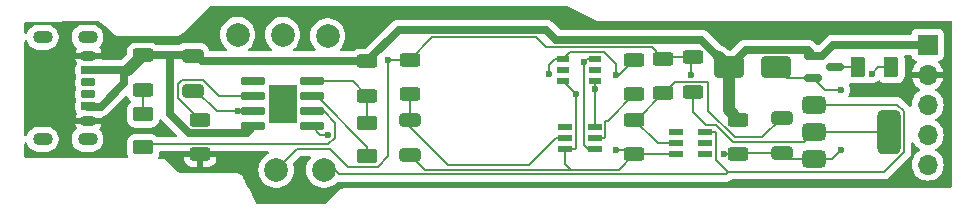
<source format=gbr>
%TF.GenerationSoftware,KiCad,Pcbnew,8.0.5*%
%TF.CreationDate,2024-10-04T19:06:34+02:00*%
%TF.ProjectId,BMU,424d552e-6b69-4636-9164-5f7063625858,rev?*%
%TF.SameCoordinates,Original*%
%TF.FileFunction,Copper,L1,Top*%
%TF.FilePolarity,Positive*%
%FSLAX46Y46*%
G04 Gerber Fmt 4.6, Leading zero omitted, Abs format (unit mm)*
G04 Created by KiCad (PCBNEW 8.0.5) date 2024-10-04 19:06:34*
%MOMM*%
%LPD*%
G01*
G04 APERTURE LIST*
G04 Aperture macros list*
%AMRoundRect*
0 Rectangle with rounded corners*
0 $1 Rounding radius*
0 $2 $3 $4 $5 $6 $7 $8 $9 X,Y pos of 4 corners*
0 Add a 4 corners polygon primitive as box body*
4,1,4,$2,$3,$4,$5,$6,$7,$8,$9,$2,$3,0*
0 Add four circle primitives for the rounded corners*
1,1,$1+$1,$2,$3*
1,1,$1+$1,$4,$5*
1,1,$1+$1,$6,$7*
1,1,$1+$1,$8,$9*
0 Add four rect primitives between the rounded corners*
20,1,$1+$1,$2,$3,$4,$5,0*
20,1,$1+$1,$4,$5,$6,$7,0*
20,1,$1+$1,$6,$7,$8,$9,0*
20,1,$1+$1,$8,$9,$2,$3,0*%
G04 Aperture macros list end*
%TA.AperFunction,ComponentPad*%
%ADD10C,2.000000*%
%TD*%
%TA.AperFunction,SMDPad,CuDef*%
%ADD11RoundRect,0.175000X-0.425000X0.175000X-0.425000X-0.175000X0.425000X-0.175000X0.425000X0.175000X0*%
%TD*%
%TA.AperFunction,SMDPad,CuDef*%
%ADD12RoundRect,0.190000X0.410000X-0.190000X0.410000X0.190000X-0.410000X0.190000X-0.410000X-0.190000X0*%
%TD*%
%TA.AperFunction,SMDPad,CuDef*%
%ADD13RoundRect,0.200000X0.400000X-0.200000X0.400000X0.200000X-0.400000X0.200000X-0.400000X-0.200000X0*%
%TD*%
%TA.AperFunction,SMDPad,CuDef*%
%ADD14RoundRect,0.175000X0.425000X-0.175000X0.425000X0.175000X-0.425000X0.175000X-0.425000X-0.175000X0*%
%TD*%
%TA.AperFunction,SMDPad,CuDef*%
%ADD15RoundRect,0.190000X-0.410000X0.190000X-0.410000X-0.190000X0.410000X-0.190000X0.410000X0.190000X0*%
%TD*%
%TA.AperFunction,SMDPad,CuDef*%
%ADD16RoundRect,0.200000X-0.400000X0.200000X-0.400000X-0.200000X0.400000X-0.200000X0.400000X0.200000X0*%
%TD*%
%TA.AperFunction,ComponentPad*%
%ADD17O,1.700000X1.100000*%
%TD*%
%TA.AperFunction,SMDPad,CuDef*%
%ADD18RoundRect,0.250000X0.625000X-0.375000X0.625000X0.375000X-0.625000X0.375000X-0.625000X-0.375000X0*%
%TD*%
%TA.AperFunction,SMDPad,CuDef*%
%ADD19RoundRect,0.250000X-0.625000X0.312500X-0.625000X-0.312500X0.625000X-0.312500X0.625000X0.312500X0*%
%TD*%
%TA.AperFunction,ComponentPad*%
%ADD20R,1.700000X1.700000*%
%TD*%
%TA.AperFunction,ComponentPad*%
%ADD21O,1.700000X1.700000*%
%TD*%
%TA.AperFunction,SMDPad,CuDef*%
%ADD22RoundRect,0.250000X-0.650000X0.325000X-0.650000X-0.325000X0.650000X-0.325000X0.650000X0.325000X0*%
%TD*%
%TA.AperFunction,SMDPad,CuDef*%
%ADD23RoundRect,0.250000X0.625000X-0.312500X0.625000X0.312500X-0.625000X0.312500X-0.625000X-0.312500X0*%
%TD*%
%TA.AperFunction,SMDPad,CuDef*%
%ADD24R,1.210000X0.590000*%
%TD*%
%TA.AperFunction,SMDPad,CuDef*%
%ADD25RoundRect,0.375000X-0.625000X-0.375000X0.625000X-0.375000X0.625000X0.375000X-0.625000X0.375000X0*%
%TD*%
%TA.AperFunction,SMDPad,CuDef*%
%ADD26RoundRect,0.500000X-0.500000X-1.400000X0.500000X-1.400000X0.500000X1.400000X-0.500000X1.400000X0*%
%TD*%
%TA.AperFunction,SMDPad,CuDef*%
%ADD27RoundRect,0.250000X1.000000X0.650000X-1.000000X0.650000X-1.000000X-0.650000X1.000000X-0.650000X0*%
%TD*%
%TA.AperFunction,SMDPad,CuDef*%
%ADD28RoundRect,0.250000X0.375000X0.625000X-0.375000X0.625000X-0.375000X-0.625000X0.375000X-0.625000X0*%
%TD*%
%TA.AperFunction,SMDPad,CuDef*%
%ADD29RoundRect,0.075000X-0.910000X-0.225000X0.910000X-0.225000X0.910000X0.225000X-0.910000X0.225000X0*%
%TD*%
%TA.AperFunction,SMDPad,CuDef*%
%ADD30R,2.413000X3.302000*%
%TD*%
%TA.AperFunction,SMDPad,CuDef*%
%ADD31RoundRect,0.150000X-0.587500X-0.150000X0.587500X-0.150000X0.587500X0.150000X-0.587500X0.150000X0*%
%TD*%
%TA.AperFunction,SMDPad,CuDef*%
%ADD32R,1.150000X0.600000*%
%TD*%
%TA.AperFunction,SMDPad,CuDef*%
%ADD33R,0.977900X0.558800*%
%TD*%
%TA.AperFunction,ViaPad*%
%ADD34C,0.600000*%
%TD*%
%TA.AperFunction,Conductor*%
%ADD35C,0.200000*%
%TD*%
%TA.AperFunction,Conductor*%
%ADD36C,0.700000*%
%TD*%
%TA.AperFunction,Conductor*%
%ADD37C,1.000000*%
%TD*%
G04 APERTURE END LIST*
D10*
%TO.P,hsup1,1,1*%
%TO.N,PMOS-Drain*%
X83274188Y-65202788D03*
%TD*%
%TO.P,gate1,1,1*%
%TO.N,Net-(IC1-OUT)*%
X87324188Y-65202788D03*
%TD*%
D11*
%TO.P,J1,A5,CC1*%
%TO.N,unconnected-(J1-CC1-PadA5)*%
X67380000Y-57795000D03*
D12*
%TO.P,J1,A9,VBUS*%
%TO.N,+5V*%
X67380000Y-59815000D03*
D13*
%TO.P,J1,A12,GND*%
%TO.N,GND*%
X67380000Y-61045000D03*
D14*
%TO.P,J1,B5,CC2*%
%TO.N,unconnected-(J1-CC2-PadB5)*%
X67380000Y-58795000D03*
D15*
%TO.P,J1,B9,VBUS*%
%TO.N,+5V*%
X67380000Y-56775000D03*
D16*
%TO.P,J1,B12,GND*%
%TO.N,GND*%
X67380000Y-55545000D03*
D17*
%TO.P,J1,S1,SHIELD*%
%TO.N,unconnected-(J1-SHIELD-PadS1)*%
X67300000Y-53975000D03*
X63500000Y-53975000D03*
X67300000Y-62615000D03*
X63500000Y-62615000D03*
%TD*%
D18*
%TO.P,D2,1,K*%
%TO.N,Net-(D2-K)*%
X91000000Y-64000000D03*
%TO.P,D2,2,A*%
%TO.N,Net-(D2-A)*%
X91000000Y-61200000D03*
%TD*%
D19*
%TO.P,R7,1*%
%TO.N,PMOS-Drain*%
X118593677Y-55687500D03*
%TO.P,R7,2*%
%TO.N,Net-(Q3-D)*%
X118593677Y-58612500D03*
%TD*%
D20*
%TO.P,J2,1,Pin_1*%
%TO.N,+5V*%
X138430000Y-54610000D03*
D21*
%TO.P,J2,2,Pin_2*%
%TO.N,GND*%
X138430000Y-57150000D03*
%TO.P,J2,3,Pin_3*%
%TO.N,Net-(D4-K)*%
X138430000Y-59690000D03*
%TO.P,J2,4,Pin_4*%
%TO.N,Net-(IC1-VSS)*%
X138430000Y-62230000D03*
%TO.P,J2,5,Pin_5*%
%TO.N,Net-(J2-Pin_5)*%
X138430000Y-64770000D03*
%TD*%
D19*
%TO.P,R8,1*%
%TO.N,Net-(IC1-VDD)*%
X113596726Y-60943677D03*
%TO.P,R8,2*%
%TO.N,Net-(IC1-VSS)*%
X113596726Y-63868677D03*
%TD*%
D22*
%TO.P,C2,1*%
%TO.N,Net-(U1-VCC)*%
X94615000Y-60960000D03*
%TO.P,C2,2*%
%TO.N,Net-(IC1-VSS)*%
X94615000Y-63910000D03*
%TD*%
D19*
%TO.P,R4,1*%
%TO.N,PMOS-Drain*%
X94615000Y-55880000D03*
%TO.P,R4,2*%
%TO.N,Net-(U1-VCC)*%
X94615000Y-58805000D03*
%TD*%
D23*
%TO.P,R5,1*%
%TO.N,Net-(U1-CS)*%
X113596726Y-58788677D03*
%TO.P,R5,2*%
%TO.N,Net-(J2-Pin_5)*%
X113596726Y-55863677D03*
%TD*%
D10*
%TO.P,n2g1,1,1*%
%TO.N,Net-(U1-OC)*%
X83820000Y-53763338D03*
%TD*%
D19*
%TO.P,R1,1*%
%TO.N,+5V*%
X72000000Y-55500000D03*
%TO.P,R1,2*%
%TO.N,Net-(D1-A)*%
X72000000Y-58425000D03*
%TD*%
%TO.P,R3,1*%
%TO.N,Net-(U2-PROG)*%
X76835000Y-60960000D03*
%TO.P,R3,2*%
%TO.N,GND*%
X76835000Y-63885000D03*
%TD*%
D10*
%TO.P,n2s1,1,1*%
%TO.N,Net-(IC1-VSS)*%
X80010000Y-53763338D03*
%TD*%
%TO.P,n1g1,1,1*%
%TO.N,Net-(U1-OD)*%
X87630000Y-53869172D03*
%TD*%
D24*
%TO.P,U1,1,OD*%
%TO.N,Net-(U1-OD)*%
X110241726Y-63439400D03*
%TO.P,U1,2,CS*%
%TO.N,Net-(U1-CS)*%
X110241726Y-62489400D03*
%TO.P,U1,3,OC*%
%TO.N,Net-(U1-OC)*%
X110241726Y-61539400D03*
%TO.P,U1,4,TD*%
%TO.N,unconnected-(U1-TD-Pad4)*%
X107731726Y-61539400D03*
%TO.P,U1,5,VCC*%
%TO.N,Net-(U1-VCC)*%
X107731726Y-62489400D03*
%TO.P,U1,6,GND*%
%TO.N,Net-(IC1-VSS)*%
X107731726Y-63439400D03*
%TD*%
D25*
%TO.P,Q3,1,G*%
%TO.N,Net-(IC1-OUT)*%
X128836726Y-59673677D03*
%TO.P,Q3,2,D*%
%TO.N,Net-(Q3-D)*%
X128836726Y-61973677D03*
D26*
X135136726Y-61973677D03*
D25*
%TO.P,Q3,3,S*%
%TO.N,Net-(IC1-VSS)*%
X128836726Y-64273677D03*
%TD*%
D27*
%TO.P,D4,1,K*%
%TO.N,Net-(D4-K)*%
X125578677Y-56515000D03*
%TO.P,D4,2,A*%
%TO.N,+5V*%
X121578677Y-56515000D03*
%TD*%
D22*
%TO.P,C1,1*%
%TO.N,+5V*%
X76200000Y-55550000D03*
%TO.P,C1,2*%
%TO.N,Net-(J2-Pin_5)*%
X76200000Y-58500000D03*
%TD*%
D19*
%TO.P,Rpull1,1*%
%TO.N,+5V*%
X122403677Y-60960000D03*
%TO.P,Rpull1,2*%
%TO.N,Net-(IC1-VSS)*%
X122403677Y-63885000D03*
%TD*%
D28*
%TO.P,F1,1*%
%TO.N,PMOS-Drain*%
X135363677Y-56515000D03*
%TO.P,F1,2*%
%TO.N,Net-(Q2-D)*%
X132563677Y-56515000D03*
%TD*%
D18*
%TO.P,D1,1,K*%
%TO.N,Net-(D1-K)*%
X72000000Y-63300000D03*
%TO.P,D1,2,A*%
%TO.N,Net-(D1-A)*%
X72000000Y-60500000D03*
%TD*%
D29*
%TO.P,U2,1,TEMP*%
%TO.N,unconnected-(U2-TEMP-Pad1)*%
X81345000Y-57720000D03*
%TO.P,U2,2,PROG*%
%TO.N,Net-(U2-PROG)*%
X81345000Y-58990000D03*
%TO.P,U2,3,GND*%
%TO.N,Net-(J2-Pin_5)*%
X81345000Y-60260000D03*
%TO.P,U2,4,VCC*%
%TO.N,+5V*%
X81345000Y-61530000D03*
%TO.P,U2,5,BAT*%
%TO.N,PMOS-Drain*%
X86295000Y-61530000D03*
%TO.P,U2,6,~{STDBY}*%
%TO.N,Net-(D1-K)*%
X86295000Y-60260000D03*
%TO.P,U2,7,~{CHRG}*%
%TO.N,Net-(D2-K)*%
X86295000Y-58990000D03*
%TO.P,U2,8,CE*%
%TO.N,Net-(D2-A)*%
X86295000Y-57720000D03*
D30*
%TO.P,U2,9,EP*%
%TO.N,unconnected-(U2-EP-Pad9)*%
X83820000Y-59625000D03*
%TD*%
D31*
%TO.P,Q2,1,G*%
%TO.N,+5V*%
X128753677Y-55548677D03*
%TO.P,Q2,2,S*%
%TO.N,Net-(D4-K)*%
X128753677Y-57448677D03*
%TO.P,Q2,3,D*%
%TO.N,Net-(Q2-D)*%
X130628677Y-56498677D03*
%TD*%
D19*
%TO.P,R6,1*%
%TO.N,PMOS-Drain*%
X116053677Y-55778383D03*
%TO.P,R6,2*%
%TO.N,Net-(IC1-VDD)*%
X116053677Y-58703383D03*
%TD*%
D22*
%TO.P,C3,1*%
%TO.N,Net-(IC1-VDD)*%
X126062533Y-60850402D03*
%TO.P,C3,2*%
%TO.N,Net-(IC1-VSS)*%
X126062533Y-63800402D03*
%TD*%
D19*
%TO.P,R2,1*%
%TO.N,+5V*%
X91000000Y-56000000D03*
%TO.P,R2,2*%
%TO.N,Net-(D2-A)*%
X91000000Y-58925000D03*
%TD*%
D32*
%TO.P,IC1,1,NC_1*%
%TO.N,unconnected-(IC1-NC_1-Pad1)*%
X117111948Y-61985000D03*
%TO.P,IC1,2,VDD*%
%TO.N,Net-(IC1-VDD)*%
X117111948Y-62935000D03*
%TO.P,IC1,3,VSS*%
%TO.N,Net-(IC1-VSS)*%
X117111948Y-63885000D03*
%TO.P,IC1,4,NC_2*%
%TO.N,unconnected-(IC1-NC_2-Pad4)*%
X119611948Y-63885000D03*
%TO.P,IC1,5,NC_3*%
%TO.N,unconnected-(IC1-NC_3-Pad5)*%
X119611948Y-62935000D03*
%TO.P,IC1,6,OUT*%
%TO.N,Net-(IC1-OUT)*%
X119611948Y-61985000D03*
%TD*%
D33*
%TO.P,Q1,1,1*%
%TO.N,Net-(J2-Pin_5)*%
X107592026Y-55824400D03*
%TO.P,Q1,2,2*%
%TO.N,unconnected-(Q1-Pad2)*%
X107592026Y-56774401D03*
%TO.P,Q1,3,3*%
%TO.N,Net-(IC1-VSS)*%
X107592026Y-57724402D03*
%TO.P,Q1,4,4*%
%TO.N,Net-(U1-OC)*%
X110271726Y-57724402D03*
%TO.P,Q1,5,5*%
%TO.N,unconnected-(Q1-Pad5)*%
X110271726Y-56774401D03*
%TO.P,Q1,6,6*%
%TO.N,Net-(U1-OD)*%
X110271726Y-55824400D03*
%TD*%
D34*
%TO.N,Net-(D4-K)*%
X131087026Y-58420000D03*
%TO.N,Net-(IC1-VSS)*%
X112037026Y-63500000D03*
X131087026Y-63500000D03*
X108636726Y-58769102D03*
%TO.N,GND*%
X73660000Y-63885000D03*
X69850000Y-63500000D03*
%TO.N,PMOS-Drain*%
X92710000Y-55880000D03*
X87630000Y-62230000D03*
X118387026Y-57150000D03*
X133688677Y-57080712D03*
%TO.N,Net-(U1-OC)*%
X110241726Y-58380723D03*
%TO.N,Net-(U1-OD)*%
X109336726Y-56070450D03*
%TO.N,Net-(J2-Pin_5)*%
X80010000Y-60260000D03*
X106378677Y-57110723D03*
X112037026Y-57150000D03*
%TO.N,Net-(IC1-VSS)*%
X121176063Y-63885000D03*
%TD*%
D35*
%TO.N,PMOS-Drain*%
X89354215Y-64925000D02*
X91859744Y-64925000D01*
X91859744Y-64925000D02*
X92710000Y-64074744D01*
X87851715Y-63422500D02*
X89354215Y-64925000D01*
X85054476Y-63422500D02*
X87851715Y-63422500D01*
X92710000Y-64074744D02*
X92710000Y-55880000D01*
D36*
%TO.N,+5V*%
X130424380Y-54610000D02*
X138430000Y-54610000D01*
X119665352Y-54601674D02*
X121578677Y-56515000D01*
X119258678Y-54195000D02*
X119665352Y-54601674D01*
X106102026Y-53340000D02*
X106957026Y-54195000D01*
X106957026Y-54195000D02*
X119258678Y-54195000D01*
X93660000Y-53340000D02*
X106102026Y-53340000D01*
X91000000Y-56000000D02*
X93660000Y-53340000D01*
D35*
%TO.N,PMOS-Drain*%
X96505000Y-53990000D02*
X105303677Y-53990000D01*
%TO.N,Net-(IC1-VSS)*%
X95896900Y-65191900D02*
X108227026Y-65191900D01*
%TO.N,Net-(U1-VCC)*%
X97790000Y-64770000D02*
X104646126Y-64770000D01*
D36*
%TO.N,+5V*%
X129485703Y-55548677D02*
X130424380Y-54610000D01*
X128753677Y-55548677D02*
X129485703Y-55548677D01*
D35*
%TO.N,Net-(D4-K)*%
X129725000Y-58420000D02*
X128753677Y-57448677D01*
X131087026Y-58420000D02*
X129725000Y-58420000D01*
%TO.N,Net-(IC1-VSS)*%
X112037026Y-63500000D02*
X113228049Y-63500000D01*
X113228049Y-63500000D02*
X113596726Y-63868677D01*
X121176063Y-63885000D02*
X122403677Y-63885000D01*
X121176063Y-63885000D02*
X121160106Y-63869043D01*
%TO.N,Net-(IC1-OUT)*%
X120386948Y-61985000D02*
X119611948Y-61985000D01*
X120498677Y-64341651D02*
X120498677Y-62096729D01*
X121562026Y-65405000D02*
X120498677Y-64341651D01*
X134744045Y-65405000D02*
X121562026Y-65405000D01*
X120498677Y-62096729D02*
X120386948Y-61985000D01*
X136436726Y-60235035D02*
X136436726Y-63712319D01*
X135875368Y-59673677D02*
X136436726Y-60235035D01*
X136436726Y-63712319D02*
X134744045Y-65405000D01*
X128836726Y-59673677D02*
X135875368Y-59673677D01*
%TO.N,Net-(IC1-VSS)*%
X122488275Y-63800402D02*
X122403677Y-63885000D01*
X126062533Y-63800402D02*
X122488275Y-63800402D01*
X126535808Y-64273677D02*
X126062533Y-63800402D01*
X128836726Y-64273677D02*
X126535808Y-64273677D01*
%TO.N,Net-(U1-VCC)*%
X94615000Y-60960000D02*
X94615000Y-58805000D01*
X106926726Y-62489400D02*
X104646126Y-64770000D01*
X107731726Y-62489400D02*
X106926726Y-62489400D01*
X97790000Y-64770000D02*
X94615000Y-61595000D01*
X94615000Y-61595000D02*
X94615000Y-60960000D01*
%TO.N,Net-(IC1-VSS)*%
X113596726Y-63868677D02*
X112273503Y-65191900D01*
X107592026Y-57724402D02*
X108636726Y-58769102D01*
X125913275Y-63800402D02*
X125828677Y-63885000D01*
X108636726Y-58769102D02*
X108636726Y-63339400D01*
X113596726Y-63868677D02*
X117095625Y-63868677D01*
X108536726Y-63439400D02*
X107731726Y-63439400D01*
X126062533Y-63800402D02*
X125913275Y-63800402D01*
X112273503Y-65191900D02*
X108227026Y-65191900D01*
X108636726Y-63339400D02*
X108536726Y-63439400D01*
X130313349Y-64273677D02*
X128836726Y-64273677D01*
X117095625Y-63868677D02*
X117111948Y-63885000D01*
X131087026Y-63500000D02*
X130313349Y-64273677D01*
X107731726Y-63439400D02*
X107731726Y-64696600D01*
X107731726Y-64696600D02*
X108227026Y-65191900D01*
X95896900Y-65191900D02*
X94615000Y-63910000D01*
%TO.N,Net-(IC1-VDD)*%
X119863677Y-57785000D02*
X119828677Y-57750000D01*
X119828677Y-57750000D02*
X117007060Y-57750000D01*
X113596726Y-60943677D02*
X115588049Y-62935000D01*
X113813383Y-60943677D02*
X113596726Y-60943677D01*
X126062533Y-60850402D02*
X124447935Y-62465000D01*
X117007060Y-57750000D02*
X116053677Y-58703383D01*
X124447935Y-62465000D02*
X122132634Y-62465000D01*
X122132634Y-62465000D02*
X119863677Y-60196043D01*
X116053677Y-58703383D02*
X113813383Y-60943677D01*
X119863677Y-60196043D02*
X119863677Y-57785000D01*
X115588049Y-62935000D02*
X117111948Y-62935000D01*
%TO.N,GND*%
X76835000Y-63885000D02*
X73660000Y-63885000D01*
D36*
%TO.N,+5V*%
X123028677Y-55065000D02*
X128270000Y-55065000D01*
X75871702Y-62072500D02*
X74267349Y-60468147D01*
X74267349Y-55500000D02*
X76150000Y-55500000D01*
X76200000Y-55550000D02*
X76530000Y-55550000D01*
X76980000Y-56000000D02*
X91000000Y-56000000D01*
X76530000Y-55550000D02*
X76980000Y-56000000D01*
D37*
X121578677Y-56515000D02*
X121578677Y-60135000D01*
X72000000Y-55500000D02*
X70755000Y-56745000D01*
D36*
X74267349Y-60468147D02*
X74267349Y-55500000D01*
D37*
X121578677Y-60135000D02*
X122403677Y-60960000D01*
D36*
X76150000Y-55500000D02*
X76200000Y-55550000D01*
X121578677Y-56515000D02*
X123028677Y-55065000D01*
X81345000Y-61530000D02*
X80802500Y-62072500D01*
D37*
X120751177Y-55687500D02*
X121578677Y-56515000D01*
D36*
X68425000Y-59845000D02*
X67380000Y-59845000D01*
X70425000Y-57075000D02*
X70425000Y-57845000D01*
X70755000Y-56745000D02*
X67410000Y-56745000D01*
X128270000Y-55065000D02*
X128753677Y-55548677D01*
X74267349Y-55500000D02*
X72000000Y-55500000D01*
X70425000Y-57845000D02*
X68425000Y-59845000D01*
X80802500Y-62072500D02*
X75871702Y-62072500D01*
D35*
%TO.N,Net-(D1-A)*%
X72000000Y-60500000D02*
X72000000Y-58425000D01*
%TO.N,Net-(D1-K)*%
X72277500Y-63022500D02*
X72000000Y-63300000D01*
X87279999Y-60260000D02*
X88230000Y-61210001D01*
X88230000Y-61210001D02*
X88230000Y-62478529D01*
X86295000Y-60260000D02*
X87279999Y-60260000D01*
X87686029Y-63022500D02*
X72277500Y-63022500D01*
X88230000Y-62478529D02*
X87686029Y-63022500D01*
%TO.N,Net-(D2-A)*%
X86295000Y-57720000D02*
X89795000Y-57720000D01*
X89795000Y-57720000D02*
X91000000Y-58925000D01*
X91000000Y-58925000D02*
X91000000Y-61200000D01*
%TO.N,Net-(D2-K)*%
X86295000Y-58990000D02*
X86692410Y-58990000D01*
X91000000Y-63297590D02*
X91000000Y-64000000D01*
X86692410Y-58990000D02*
X91000000Y-63297590D01*
%TO.N,Net-(D4-K)*%
X128753677Y-57448677D02*
X126512354Y-57448677D01*
X126512354Y-57448677D02*
X125578677Y-56515000D01*
%TO.N,Net-(Q2-D)*%
X130628677Y-56498677D02*
X132547354Y-56498677D01*
X132547354Y-56498677D02*
X132563677Y-56515000D01*
%TO.N,PMOS-Drain*%
X92710000Y-55880000D02*
X94615000Y-55880000D01*
X116144560Y-55687500D02*
X116053677Y-55778383D01*
X86995000Y-62230000D02*
X87630000Y-62230000D01*
X106158677Y-54845000D02*
X115120294Y-54845000D01*
X86295000Y-61530000D02*
X86995000Y-62230000D01*
X115120294Y-54845000D02*
X116053677Y-55778383D01*
X94615000Y-55880000D02*
X96505000Y-53990000D01*
X134254389Y-56515000D02*
X133688677Y-57080712D01*
X118387026Y-55894151D02*
X118593677Y-55687500D01*
X105303677Y-53990000D02*
X106158677Y-54845000D01*
X135363677Y-56515000D02*
X134254389Y-56515000D01*
X118593677Y-55687500D02*
X116144560Y-55687500D01*
X118387026Y-57150000D02*
X118387026Y-55894151D01*
%TO.N,Net-(U2-PROG)*%
X81345000Y-58990000D02*
X78449744Y-58990000D01*
X75000000Y-59125000D02*
X76835000Y-60960000D01*
X78449744Y-58990000D02*
X77084744Y-57625000D01*
X75315256Y-57625000D02*
X75000000Y-57940256D01*
X77084744Y-57625000D02*
X75315256Y-57625000D01*
X75000000Y-57940256D02*
X75000000Y-59125000D01*
%TO.N,Net-(U1-OC)*%
X110241726Y-58380723D02*
X110241726Y-57754402D01*
X110241726Y-61539400D02*
X110241726Y-58380723D01*
X110241726Y-57754402D02*
X110271726Y-57724402D01*
%TO.N,Net-(U1-OD)*%
X109336726Y-63139949D02*
X109636177Y-63439400D01*
X109336726Y-56070450D02*
X109336726Y-63139949D01*
X110271726Y-55824400D02*
X109582776Y-55824400D01*
X109582776Y-55824400D02*
X109336726Y-56070450D01*
X109636177Y-63439400D02*
X110241726Y-63439400D01*
%TO.N,Net-(Q3-D)*%
X118593677Y-58612500D02*
X118593677Y-60325000D01*
X120486948Y-61385000D02*
X121966948Y-62865000D01*
X127945403Y-62865000D02*
X128836726Y-61973677D01*
X119653677Y-61385000D02*
X120486948Y-61385000D01*
X135136726Y-61973677D02*
X128836726Y-61973677D01*
X118593677Y-60325000D02*
X119653677Y-61385000D01*
X121966948Y-62865000D02*
X127945403Y-62865000D01*
%TO.N,Net-(U1-CS)*%
X111046726Y-62489400D02*
X110241726Y-62489400D01*
X111146726Y-61049400D02*
X111336003Y-61049400D01*
X111146726Y-62389400D02*
X111046726Y-62489400D01*
X111336003Y-61049400D02*
X113596726Y-58788677D01*
X111146726Y-61049400D02*
X111146726Y-62389400D01*
%TO.N,Net-(J2-Pin_5)*%
X78260000Y-60260000D02*
X76500000Y-58500000D01*
X106903076Y-55824400D02*
X106378677Y-56348799D01*
X112037026Y-57150000D02*
X112310403Y-57150000D01*
X112037026Y-56221350D02*
X112037026Y-57150000D01*
X112310403Y-57150000D02*
X113596726Y-55863677D01*
X80010000Y-60260000D02*
X78260000Y-60260000D01*
X106378677Y-56348799D02*
X106378677Y-57110723D01*
X107592026Y-55824400D02*
X108171426Y-55245000D01*
X80685000Y-60310000D02*
X81500000Y-60310000D01*
X108171426Y-55245000D02*
X111060676Y-55245000D01*
X107592026Y-55824400D02*
X106903076Y-55824400D01*
X80010000Y-60260000D02*
X81345000Y-60260000D01*
X111060676Y-55245000D02*
X112037026Y-56221350D01*
%TO.N,PMOS-Drain*%
X83274188Y-65202788D02*
X85054476Y-63422500D01*
%TO.N,Net-(IC1-OUT)*%
X88578876Y-65591900D02*
X121375126Y-65591900D01*
X121375126Y-65591900D02*
X121562026Y-65405000D01*
X87324188Y-65202788D02*
X87756976Y-64770000D01*
X87756976Y-64770000D02*
X88578876Y-65591900D01*
%TD*%
%TA.AperFunction,Conductor*%
%TO.N,GND*%
G36*
X107858030Y-51313591D02*
G01*
X110249414Y-52509282D01*
X110255935Y-52512790D01*
X110296814Y-52536392D01*
X110299368Y-52537076D01*
X110322747Y-52545949D01*
X110325102Y-52547127D01*
X110325109Y-52547129D01*
X110371311Y-52556584D01*
X110378543Y-52558290D01*
X110424108Y-52570500D01*
X110426757Y-52570500D01*
X110451619Y-52573018D01*
X110454214Y-52573549D01*
X110501295Y-52570723D01*
X110508725Y-52570500D01*
X140345500Y-52570500D01*
X140412539Y-52590185D01*
X140458294Y-52642989D01*
X140469500Y-52694500D01*
X140469500Y-66619077D01*
X140449815Y-66686116D01*
X140397011Y-66731871D01*
X140345558Y-66743077D01*
X88970117Y-66767151D01*
X88967935Y-66769521D01*
X88908033Y-66805486D01*
X88876740Y-66809500D01*
X88834107Y-66809500D01*
X88706812Y-66843608D01*
X88592686Y-66909500D01*
X88592683Y-66909502D01*
X87459005Y-68043181D01*
X87397682Y-68076666D01*
X87371324Y-68079500D01*
X81665962Y-68079500D01*
X81598923Y-68059815D01*
X81555053Y-68010954D01*
X80933152Y-66767151D01*
X80921115Y-66743077D01*
X80915512Y-66731871D01*
X80859115Y-66619077D01*
X80840384Y-66581615D01*
X80665785Y-66232417D01*
X80640710Y-66182267D01*
X80625315Y-66151477D01*
X80625314Y-66151475D01*
X80613363Y-66127573D01*
X80612406Y-66125659D01*
X80602107Y-66105061D01*
X80571528Y-66043903D01*
X80571527Y-66043901D01*
X80570486Y-66041819D01*
X80552327Y-66005501D01*
X80531864Y-65964575D01*
X80485944Y-65872736D01*
X80477077Y-65849374D01*
X80476392Y-65846814D01*
X80452790Y-65805934D01*
X80449296Y-65799440D01*
X80428193Y-65757234D01*
X80426433Y-65755249D01*
X80411825Y-65734980D01*
X80410502Y-65732689D01*
X80410499Y-65732685D01*
X80377157Y-65699343D01*
X80372061Y-65693933D01*
X80370053Y-65691669D01*
X80340758Y-65658632D01*
X80338535Y-65657164D01*
X80319186Y-65641372D01*
X80317316Y-65639502D01*
X80317314Y-65639500D01*
X80301154Y-65630169D01*
X80276458Y-65615911D01*
X80270148Y-65612011D01*
X80230783Y-65586021D01*
X80230779Y-65586019D01*
X80230771Y-65586016D01*
X80228257Y-65585178D01*
X80205489Y-65574937D01*
X80203193Y-65573611D01*
X80203187Y-65573608D01*
X80203186Y-65573608D01*
X80203183Y-65573607D01*
X80203180Y-65573606D01*
X80157618Y-65561397D01*
X80150505Y-65559261D01*
X80131860Y-65553046D01*
X80112175Y-65546485D01*
X80054801Y-65506613D01*
X80038802Y-65480817D01*
X80019224Y-65438403D01*
X75087578Y-65438403D01*
X75020539Y-65418718D01*
X74999897Y-65402084D01*
X74545312Y-64947499D01*
X73967314Y-64369500D01*
X73889372Y-64324500D01*
X73853187Y-64303608D01*
X73757633Y-64278005D01*
X73725892Y-64269500D01*
X73725891Y-64269500D01*
X73362265Y-64269500D01*
X73295226Y-64249815D01*
X73293208Y-64247486D01*
X75460001Y-64247486D01*
X75470494Y-64350197D01*
X75525641Y-64516619D01*
X75525643Y-64516624D01*
X75617684Y-64665845D01*
X75741654Y-64789815D01*
X75890875Y-64881856D01*
X75890880Y-64881858D01*
X76057302Y-64937005D01*
X76057309Y-64937006D01*
X76160019Y-64947499D01*
X76584999Y-64947499D01*
X77085000Y-64947499D01*
X77509972Y-64947499D01*
X77509986Y-64947498D01*
X77612697Y-64937005D01*
X77779119Y-64881858D01*
X77779124Y-64881856D01*
X77928345Y-64789815D01*
X78052315Y-64665845D01*
X78144356Y-64516624D01*
X78144358Y-64516619D01*
X78199505Y-64350197D01*
X78199506Y-64350190D01*
X78209999Y-64247486D01*
X78210000Y-64247473D01*
X78210000Y-64135000D01*
X77085000Y-64135000D01*
X77085000Y-64947499D01*
X76584999Y-64947499D01*
X76585000Y-64947498D01*
X76585000Y-64135000D01*
X75460001Y-64135000D01*
X75460001Y-64247486D01*
X73293208Y-64247486D01*
X73249471Y-64197011D01*
X73239527Y-64127853D01*
X73256725Y-64080405D01*
X73309814Y-63994334D01*
X73364999Y-63827797D01*
X73374541Y-63734397D01*
X73400937Y-63669706D01*
X73458118Y-63629554D01*
X73497899Y-63623000D01*
X75396638Y-63623000D01*
X75437505Y-63635000D01*
X78230217Y-63635000D01*
X78247003Y-63625834D01*
X78273361Y-63623000D01*
X82551054Y-63623000D01*
X82618093Y-63642685D01*
X82663848Y-63695489D01*
X82673792Y-63764647D01*
X82644767Y-63828203D01*
X82610072Y-63856055D01*
X82450681Y-63942312D01*
X82254445Y-64095049D01*
X82086021Y-64278005D01*
X81950014Y-64486181D01*
X81850124Y-64713906D01*
X81789080Y-64954963D01*
X81789078Y-64954975D01*
X81768545Y-65202782D01*
X81768545Y-65202793D01*
X81789078Y-65450600D01*
X81789080Y-65450612D01*
X81850124Y-65691669D01*
X81950014Y-65919394D01*
X82086021Y-66127570D01*
X82086024Y-66127573D01*
X82254444Y-66310526D01*
X82450679Y-66463262D01*
X82669378Y-66581616D01*
X82904574Y-66662359D01*
X83149853Y-66703288D01*
X83398523Y-66703288D01*
X83643802Y-66662359D01*
X83878998Y-66581616D01*
X84097697Y-66463262D01*
X84293932Y-66310526D01*
X84462352Y-66127573D01*
X84463603Y-66125659D01*
X84517017Y-66043901D01*
X84598361Y-65919395D01*
X84698251Y-65691669D01*
X84759296Y-65450609D01*
X84759526Y-65447834D01*
X84779831Y-65202793D01*
X84779831Y-65202782D01*
X84759297Y-64954975D01*
X84759296Y-64954971D01*
X84759296Y-64954967D01*
X84754747Y-64937005D01*
X84698180Y-64713627D01*
X84700804Y-64643806D01*
X84730702Y-64595507D01*
X85266892Y-64059319D01*
X85328215Y-64025834D01*
X85354573Y-64023000D01*
X86088079Y-64023000D01*
X86155118Y-64042685D01*
X86200873Y-64095489D01*
X86210817Y-64164647D01*
X86181792Y-64228203D01*
X86179309Y-64230983D01*
X86136021Y-64278005D01*
X86000014Y-64486181D01*
X85900124Y-64713906D01*
X85839080Y-64954963D01*
X85839078Y-64954975D01*
X85818545Y-65202782D01*
X85818545Y-65202793D01*
X85839078Y-65450600D01*
X85839080Y-65450612D01*
X85900124Y-65691669D01*
X86000014Y-65919394D01*
X86136021Y-66127570D01*
X86136024Y-66127573D01*
X86304444Y-66310526D01*
X86500679Y-66463262D01*
X86719378Y-66581616D01*
X86954574Y-66662359D01*
X87199853Y-66703288D01*
X87448523Y-66703288D01*
X87693802Y-66662359D01*
X87928998Y-66581616D01*
X88147697Y-66463262D01*
X88343932Y-66310526D01*
X88415836Y-66232417D01*
X88475723Y-66196426D01*
X88507066Y-66192400D01*
X88657933Y-66192400D01*
X121288457Y-66192400D01*
X121288473Y-66192401D01*
X121296069Y-66192401D01*
X121454180Y-66192401D01*
X121454183Y-66192401D01*
X121606911Y-66151477D01*
X121687302Y-66105063D01*
X121743842Y-66072420D01*
X121774443Y-66041819D01*
X121835766Y-66008334D01*
X121862124Y-66005500D01*
X134657376Y-66005500D01*
X134657392Y-66005501D01*
X134664988Y-66005501D01*
X134823099Y-66005501D01*
X134823102Y-66005501D01*
X134975830Y-65964577D01*
X135054087Y-65919395D01*
X135112761Y-65885520D01*
X135224565Y-65773716D01*
X135224565Y-65773714D01*
X135234769Y-65763511D01*
X135234773Y-65763506D01*
X136795232Y-64203047D01*
X136795237Y-64203043D01*
X136805440Y-64192839D01*
X136805442Y-64192839D01*
X136917246Y-64081035D01*
X136996303Y-63944103D01*
X137037226Y-63791376D01*
X137037226Y-62988716D01*
X137056911Y-62921677D01*
X137109715Y-62875922D01*
X137178873Y-62865978D01*
X137242429Y-62895003D01*
X137262801Y-62917593D01*
X137391501Y-63101396D01*
X137391506Y-63101402D01*
X137558597Y-63268493D01*
X137558603Y-63268498D01*
X137744158Y-63398425D01*
X137787783Y-63453002D01*
X137794977Y-63522500D01*
X137763454Y-63584855D01*
X137744158Y-63601575D01*
X137558597Y-63731505D01*
X137391505Y-63898597D01*
X137255965Y-64092169D01*
X137255964Y-64092171D01*
X137156098Y-64306335D01*
X137156094Y-64306344D01*
X137094938Y-64534586D01*
X137094936Y-64534596D01*
X137074341Y-64769999D01*
X137074341Y-64770000D01*
X137094936Y-65005403D01*
X137094938Y-65005413D01*
X137156094Y-65233655D01*
X137156096Y-65233659D01*
X137156097Y-65233663D01*
X137234633Y-65402084D01*
X137255965Y-65447830D01*
X137255967Y-65447834D01*
X137344034Y-65573606D01*
X137391505Y-65641401D01*
X137558599Y-65808495D01*
X137613324Y-65846814D01*
X137752165Y-65944032D01*
X137752167Y-65944033D01*
X137752170Y-65944035D01*
X137966337Y-66043903D01*
X138194592Y-66105063D01*
X138382918Y-66121539D01*
X138429999Y-66125659D01*
X138430000Y-66125659D01*
X138430001Y-66125659D01*
X138469234Y-66122226D01*
X138665408Y-66105063D01*
X138893663Y-66043903D01*
X139107830Y-65944035D01*
X139301401Y-65808495D01*
X139468495Y-65641401D01*
X139604035Y-65447830D01*
X139703903Y-65233663D01*
X139765063Y-65005408D01*
X139785659Y-64770000D01*
X139765063Y-64534592D01*
X139703903Y-64306337D01*
X139604035Y-64092171D01*
X139603879Y-64091947D01*
X139468494Y-63898597D01*
X139301402Y-63731506D01*
X139301396Y-63731501D01*
X139115842Y-63601575D01*
X139072217Y-63546998D01*
X139065023Y-63477500D01*
X139096546Y-63415145D01*
X139115842Y-63398425D01*
X139204898Y-63336067D01*
X139301401Y-63268495D01*
X139468495Y-63101401D01*
X139604035Y-62907830D01*
X139703903Y-62693663D01*
X139765063Y-62465408D01*
X139785659Y-62230000D01*
X139783001Y-62199625D01*
X139772762Y-62082590D01*
X139765063Y-61994592D01*
X139703903Y-61766337D01*
X139604035Y-61552171D01*
X139597199Y-61542407D01*
X139468494Y-61358597D01*
X139301402Y-61191506D01*
X139301396Y-61191501D01*
X139115842Y-61061575D01*
X139072217Y-61006998D01*
X139065023Y-60937500D01*
X139096546Y-60875145D01*
X139115842Y-60858425D01*
X139181308Y-60812585D01*
X139301401Y-60728495D01*
X139468495Y-60561401D01*
X139604035Y-60367830D01*
X139703903Y-60153663D01*
X139765063Y-59925408D01*
X139785659Y-59690000D01*
X139765063Y-59454592D01*
X139703903Y-59226337D01*
X139604035Y-59012171D01*
X139590617Y-58993007D01*
X139468494Y-58818597D01*
X139301402Y-58651506D01*
X139301401Y-58651505D01*
X139115405Y-58521269D01*
X139071781Y-58466692D01*
X139064588Y-58397193D01*
X139096110Y-58334839D01*
X139115405Y-58318119D01*
X139301082Y-58188105D01*
X139468105Y-58021082D01*
X139603600Y-57827578D01*
X139703429Y-57613492D01*
X139703432Y-57613486D01*
X139760636Y-57400000D01*
X138863012Y-57400000D01*
X138895925Y-57342993D01*
X138930000Y-57215826D01*
X138930000Y-57084174D01*
X138895925Y-56957007D01*
X138863012Y-56900000D01*
X139760636Y-56900000D01*
X139760635Y-56899999D01*
X139703432Y-56686513D01*
X139703429Y-56686507D01*
X139603600Y-56472422D01*
X139603599Y-56472420D01*
X139468113Y-56278926D01*
X139468108Y-56278920D01*
X139346053Y-56156865D01*
X139312568Y-56095542D01*
X139317552Y-56025850D01*
X139359424Y-55969917D01*
X139390400Y-55953002D01*
X139522331Y-55903796D01*
X139637546Y-55817546D01*
X139723796Y-55702331D01*
X139774091Y-55567483D01*
X139780500Y-55507873D01*
X139780499Y-53712128D01*
X139774091Y-53652517D01*
X139772150Y-53647314D01*
X139723797Y-53517671D01*
X139723793Y-53517664D01*
X139637547Y-53402455D01*
X139637544Y-53402452D01*
X139522335Y-53316206D01*
X139522328Y-53316202D01*
X139387482Y-53265908D01*
X139387483Y-53265908D01*
X139327883Y-53259501D01*
X139327881Y-53259500D01*
X139327873Y-53259500D01*
X139327864Y-53259500D01*
X137532129Y-53259500D01*
X137532123Y-53259501D01*
X137472516Y-53265908D01*
X137337671Y-53316202D01*
X137337664Y-53316206D01*
X137222455Y-53402452D01*
X137222452Y-53402455D01*
X137136206Y-53517664D01*
X137136202Y-53517671D01*
X137085908Y-53652517D01*
X137084126Y-53660062D01*
X137081853Y-53659525D01*
X137059571Y-53713312D01*
X137002177Y-53753157D01*
X136963024Y-53759500D01*
X130340608Y-53759500D01*
X130176305Y-53792182D01*
X130176293Y-53792185D01*
X130141996Y-53806392D01*
X130021523Y-53856292D01*
X130021510Y-53856299D01*
X129882218Y-53949372D01*
X129882214Y-53949375D01*
X129207371Y-54624219D01*
X129146048Y-54657704D01*
X129076356Y-54652720D01*
X129032009Y-54624219D01*
X128812165Y-54404375D01*
X128812161Y-54404372D01*
X128672869Y-54311299D01*
X128672857Y-54311292D01*
X128530239Y-54252220D01*
X128530236Y-54252217D01*
X128530236Y-54252218D01*
X128518082Y-54247184D01*
X128518079Y-54247183D01*
X128518075Y-54247182D01*
X128353771Y-54214500D01*
X128353767Y-54214500D01*
X122944910Y-54214500D01*
X122944905Y-54214500D01*
X122780601Y-54247182D01*
X122780595Y-54247184D01*
X122768440Y-54252219D01*
X122768438Y-54252219D01*
X122768437Y-54252220D01*
X122625820Y-54311292D01*
X122625807Y-54311299D01*
X122486515Y-54404372D01*
X122486511Y-54404375D01*
X121812706Y-55078181D01*
X121751383Y-55111666D01*
X121725025Y-55114500D01*
X121644459Y-55114500D01*
X121577420Y-55094815D01*
X121556778Y-55078181D01*
X121388961Y-54910363D01*
X121388957Y-54910360D01*
X121225097Y-54800872D01*
X121225087Y-54800867D01*
X121043013Y-54725449D01*
X121043005Y-54725447D01*
X121016119Y-54720099D01*
X120954208Y-54687714D01*
X120952629Y-54686163D01*
X120330319Y-54063853D01*
X120330299Y-54063831D01*
X119800843Y-53534375D01*
X119800839Y-53534372D01*
X119661544Y-53441297D01*
X119661541Y-53441296D01*
X119536493Y-53389500D01*
X119506760Y-53377184D01*
X119506752Y-53377182D01*
X119342449Y-53344500D01*
X119342445Y-53344500D01*
X107360677Y-53344500D01*
X107293638Y-53324815D01*
X107272996Y-53308181D01*
X106644191Y-52679375D01*
X106644187Y-52679372D01*
X106504895Y-52586299D01*
X106504882Y-52586292D01*
X106354446Y-52523981D01*
X106354444Y-52523979D01*
X106354444Y-52523980D01*
X106350112Y-52522185D01*
X106350097Y-52522181D01*
X106185797Y-52489500D01*
X106185793Y-52489500D01*
X93576233Y-52489500D01*
X93576228Y-52489500D01*
X93411928Y-52522181D01*
X93411913Y-52522185D01*
X93407582Y-52523980D01*
X93407579Y-52523981D01*
X93257143Y-52586292D01*
X93257137Y-52586295D01*
X93257137Y-52586296D01*
X93117840Y-52679373D01*
X93117831Y-52679379D01*
X93117830Y-52679380D01*
X90896528Y-54900681D01*
X90835205Y-54934166D01*
X90808847Y-54937000D01*
X90324998Y-54937000D01*
X90324980Y-54937001D01*
X90222203Y-54947500D01*
X90222200Y-54947501D01*
X90055668Y-55002685D01*
X90055663Y-55002687D01*
X89906342Y-55094789D01*
X89887951Y-55113181D01*
X89826628Y-55146666D01*
X89800270Y-55149500D01*
X88773555Y-55149500D01*
X88706516Y-55129815D01*
X88660761Y-55077011D01*
X88650817Y-55007853D01*
X88679842Y-54944297D01*
X88682307Y-54941536D01*
X88818164Y-54793957D01*
X88954173Y-54585779D01*
X89054063Y-54358053D01*
X89115108Y-54116993D01*
X89118300Y-54078469D01*
X89135643Y-53869177D01*
X89135643Y-53869166D01*
X89115109Y-53621359D01*
X89115107Y-53621347D01*
X89054063Y-53380290D01*
X88954173Y-53152565D01*
X88818166Y-52944389D01*
X88796557Y-52920916D01*
X88649744Y-52761434D01*
X88453509Y-52608698D01*
X88453507Y-52608697D01*
X88453506Y-52608696D01*
X88234811Y-52490344D01*
X88234802Y-52490341D01*
X87999616Y-52409601D01*
X87754335Y-52368672D01*
X87505665Y-52368672D01*
X87260383Y-52409601D01*
X87025197Y-52490341D01*
X87025188Y-52490344D01*
X86806493Y-52608696D01*
X86610257Y-52761433D01*
X86441833Y-52944389D01*
X86305826Y-53152565D01*
X86205936Y-53380290D01*
X86144892Y-53621347D01*
X86144890Y-53621359D01*
X86124357Y-53869166D01*
X86124357Y-53869177D01*
X86144890Y-54116984D01*
X86144892Y-54116996D01*
X86205936Y-54358053D01*
X86305826Y-54585778D01*
X86441833Y-54793954D01*
X86463049Y-54817001D01*
X86577675Y-54941518D01*
X86608597Y-55004172D01*
X86600737Y-55073598D01*
X86556590Y-55127753D01*
X86490172Y-55149444D01*
X86486445Y-55149500D01*
X84843224Y-55149500D01*
X84776185Y-55129815D01*
X84730430Y-55077011D01*
X84720486Y-55007853D01*
X84749511Y-54944297D01*
X84767057Y-54927650D01*
X84839744Y-54871076D01*
X85008164Y-54688123D01*
X85144173Y-54479945D01*
X85244063Y-54252219D01*
X85305108Y-54011159D01*
X85316873Y-53869177D01*
X85325643Y-53763343D01*
X85325643Y-53763332D01*
X85305109Y-53515525D01*
X85305107Y-53515513D01*
X85244063Y-53274456D01*
X85144173Y-53046731D01*
X85008166Y-52838555D01*
X84937170Y-52761433D01*
X84839744Y-52655600D01*
X84643509Y-52502864D01*
X84643507Y-52502863D01*
X84643506Y-52502862D01*
X84424811Y-52384510D01*
X84424802Y-52384507D01*
X84189616Y-52303767D01*
X83944335Y-52262838D01*
X83695665Y-52262838D01*
X83450383Y-52303767D01*
X83215197Y-52384507D01*
X83215188Y-52384510D01*
X82996493Y-52502862D01*
X82800257Y-52655599D01*
X82631833Y-52838555D01*
X82495826Y-53046731D01*
X82395936Y-53274456D01*
X82334892Y-53515513D01*
X82334890Y-53515525D01*
X82314357Y-53763332D01*
X82314357Y-53763343D01*
X82334890Y-54011150D01*
X82334892Y-54011162D01*
X82395936Y-54252219D01*
X82495826Y-54479944D01*
X82631833Y-54688120D01*
X82631836Y-54688123D01*
X82800256Y-54871076D01*
X82872939Y-54927647D01*
X82913751Y-54984357D01*
X82917426Y-55054130D01*
X82882795Y-55114813D01*
X82820853Y-55147140D01*
X82796776Y-55149500D01*
X81033224Y-55149500D01*
X80966185Y-55129815D01*
X80920430Y-55077011D01*
X80910486Y-55007853D01*
X80939511Y-54944297D01*
X80957057Y-54927650D01*
X81029744Y-54871076D01*
X81198164Y-54688123D01*
X81334173Y-54479945D01*
X81434063Y-54252219D01*
X81495108Y-54011159D01*
X81506873Y-53869177D01*
X81515643Y-53763343D01*
X81515643Y-53763332D01*
X81495109Y-53515525D01*
X81495107Y-53515513D01*
X81434063Y-53274456D01*
X81334173Y-53046731D01*
X81198166Y-52838555D01*
X81127170Y-52761433D01*
X81029744Y-52655600D01*
X80833509Y-52502864D01*
X80833507Y-52502863D01*
X80833506Y-52502862D01*
X80614811Y-52384510D01*
X80614802Y-52384507D01*
X80379616Y-52303767D01*
X80134335Y-52262838D01*
X79885665Y-52262838D01*
X79640383Y-52303767D01*
X79405197Y-52384507D01*
X79405188Y-52384510D01*
X79186493Y-52502862D01*
X78990257Y-52655599D01*
X78821833Y-52838555D01*
X78685826Y-53046731D01*
X78585936Y-53274456D01*
X78524892Y-53515513D01*
X78524890Y-53515525D01*
X78504357Y-53763332D01*
X78504357Y-53763343D01*
X78524890Y-54011150D01*
X78524892Y-54011162D01*
X78585936Y-54252219D01*
X78685826Y-54479944D01*
X78821833Y-54688120D01*
X78821836Y-54688123D01*
X78990256Y-54871076D01*
X79062939Y-54927647D01*
X79103751Y-54984357D01*
X79107426Y-55054130D01*
X79072795Y-55114813D01*
X79010853Y-55147140D01*
X78986776Y-55149500D01*
X77705154Y-55149500D01*
X77638115Y-55129815D01*
X77592360Y-55077011D01*
X77587448Y-55064504D01*
X77561145Y-54985129D01*
X77534814Y-54905666D01*
X77442712Y-54756344D01*
X77318656Y-54632288D01*
X77169334Y-54540186D01*
X77002797Y-54485001D01*
X77002795Y-54485000D01*
X76900010Y-54474500D01*
X75499998Y-54474500D01*
X75499981Y-54474501D01*
X75397203Y-54485000D01*
X75397200Y-54485001D01*
X75230668Y-54540185D01*
X75230663Y-54540187D01*
X75146584Y-54592047D01*
X75083368Y-54631039D01*
X75018273Y-54649500D01*
X73199730Y-54649500D01*
X73132691Y-54629815D01*
X73112049Y-54613181D01*
X73093657Y-54594789D01*
X73093656Y-54594788D01*
X72944334Y-54502686D01*
X72777797Y-54447501D01*
X72777795Y-54447500D01*
X72675010Y-54437000D01*
X71324998Y-54437000D01*
X71324981Y-54437001D01*
X71222203Y-54447500D01*
X71222200Y-54447501D01*
X71055668Y-54502685D01*
X71055663Y-54502687D01*
X70906342Y-54594789D01*
X70782289Y-54718842D01*
X70690187Y-54868163D01*
X70690185Y-54868168D01*
X70676283Y-54910122D01*
X70635001Y-55034703D01*
X70635001Y-55034704D01*
X70635000Y-55034704D01*
X70624500Y-55137483D01*
X70624500Y-55409217D01*
X70604815Y-55476256D01*
X70588181Y-55496898D01*
X70226899Y-55858181D01*
X70165576Y-55891666D01*
X70139218Y-55894500D01*
X68604000Y-55894500D01*
X68536961Y-55874815D01*
X68491206Y-55822011D01*
X68486811Y-55801811D01*
X68480000Y-55795000D01*
X66280001Y-55795000D01*
X66280001Y-55801582D01*
X66286408Y-55872102D01*
X66286409Y-55872107D01*
X66336981Y-56034398D01*
X66336982Y-56034400D01*
X66377703Y-56101761D01*
X66395539Y-56169315D01*
X66377704Y-56230058D01*
X66335710Y-56299525D01*
X66285822Y-56459623D01*
X66279500Y-56529201D01*
X66279500Y-57020808D01*
X66285821Y-57090376D01*
X66285824Y-57090386D01*
X66337837Y-57257303D01*
X66338989Y-57327163D01*
X66336683Y-57333559D01*
X66336719Y-57333570D01*
X66285686Y-57497338D01*
X66285685Y-57497341D01*
X66285685Y-57497343D01*
X66279500Y-57565406D01*
X66279500Y-58024594D01*
X66285035Y-58085497D01*
X66285685Y-58092654D01*
X66285686Y-58092661D01*
X66336719Y-58256430D01*
X66333991Y-58257279D01*
X66341722Y-58313361D01*
X66335866Y-58333304D01*
X66336719Y-58333570D01*
X66285686Y-58497338D01*
X66285685Y-58497341D01*
X66285685Y-58497343D01*
X66279500Y-58565406D01*
X66279500Y-59024594D01*
X66285685Y-59092657D01*
X66285686Y-59092662D01*
X66285687Y-59092664D01*
X66336719Y-59256432D01*
X66334226Y-59257208D01*
X66342091Y-59314125D01*
X66337838Y-59332695D01*
X66318842Y-59393656D01*
X66285823Y-59499620D01*
X66280624Y-59556836D01*
X66279500Y-59569201D01*
X66279500Y-60060808D01*
X66285821Y-60130376D01*
X66285823Y-60130383D01*
X66335708Y-60290470D01*
X66335709Y-60290472D01*
X66377703Y-60359939D01*
X66395539Y-60427494D01*
X66377704Y-60488236D01*
X66336981Y-60555601D01*
X66336980Y-60555603D01*
X66286409Y-60717893D01*
X66280000Y-60788427D01*
X66280000Y-60795000D01*
X68479999Y-60795000D01*
X68483318Y-60791680D01*
X68499684Y-60735947D01*
X68552488Y-60690192D01*
X68579801Y-60681370D01*
X68673082Y-60662816D01*
X68729876Y-60639291D01*
X68827863Y-60598704D01*
X68967162Y-60505627D01*
X70479781Y-58993005D01*
X70541102Y-58959522D01*
X70610793Y-58964506D01*
X70666727Y-59006377D01*
X70685164Y-59041680D01*
X70690186Y-59056834D01*
X70782288Y-59206156D01*
X70906344Y-59330212D01*
X70906347Y-59330214D01*
X70911116Y-59333985D01*
X70951491Y-59391008D01*
X70954629Y-59460807D01*
X70919532Y-59521222D01*
X70911116Y-59528515D01*
X70906341Y-59532290D01*
X70782289Y-59656342D01*
X70690187Y-59805663D01*
X70690185Y-59805668D01*
X70667813Y-59873182D01*
X70635001Y-59972203D01*
X70635001Y-59972204D01*
X70635000Y-59972204D01*
X70624500Y-60074983D01*
X70624500Y-60925001D01*
X70624501Y-60925019D01*
X70635000Y-61027796D01*
X70635001Y-61027799D01*
X70690185Y-61194331D01*
X70690187Y-61194336D01*
X70716509Y-61237011D01*
X70782288Y-61343656D01*
X70906344Y-61467712D01*
X71055666Y-61559814D01*
X71222203Y-61614999D01*
X71324991Y-61625500D01*
X72675008Y-61625499D01*
X72777797Y-61614999D01*
X72944334Y-61559814D01*
X73093656Y-61467712D01*
X73217712Y-61343656D01*
X73309814Y-61194334D01*
X73364999Y-61027797D01*
X73365000Y-61027780D01*
X73365086Y-61027386D01*
X73365211Y-61027153D01*
X73367128Y-61021371D01*
X73368159Y-61021712D01*
X73398366Y-60965951D01*
X73459577Y-60932261D01*
X73529285Y-60937013D01*
X73585358Y-60978698D01*
X73589442Y-60984449D01*
X73606718Y-61010304D01*
X73606724Y-61010312D01*
X74806732Y-62210319D01*
X74840217Y-62271642D01*
X74835233Y-62341334D01*
X74793361Y-62397267D01*
X74727897Y-62421684D01*
X74719051Y-62422000D01*
X73234730Y-62422000D01*
X73167691Y-62402315D01*
X73147049Y-62385681D01*
X73093657Y-62332289D01*
X73093656Y-62332288D01*
X72965586Y-62253294D01*
X72944336Y-62240187D01*
X72944331Y-62240185D01*
X72942862Y-62239698D01*
X72777797Y-62185001D01*
X72777795Y-62185000D01*
X72675010Y-62174500D01*
X71324998Y-62174500D01*
X71324981Y-62174501D01*
X71222203Y-62185000D01*
X71222200Y-62185001D01*
X71055668Y-62240185D01*
X71055663Y-62240187D01*
X70906342Y-62332289D01*
X70782289Y-62456342D01*
X70690187Y-62605663D01*
X70690185Y-62605668D01*
X70685044Y-62621184D01*
X70635001Y-62772203D01*
X70635001Y-62772204D01*
X70635000Y-62772204D01*
X70624500Y-62874983D01*
X70624500Y-63725001D01*
X70624501Y-63725019D01*
X70635000Y-63827796D01*
X70635001Y-63827799D01*
X70690185Y-63994331D01*
X70690189Y-63994340D01*
X70708821Y-64024547D01*
X70727261Y-64091940D01*
X70706338Y-64158603D01*
X70652696Y-64203372D01*
X70603282Y-64213643D01*
X62082419Y-64213643D01*
X62015380Y-64193958D01*
X61969625Y-64141154D01*
X61958419Y-64089643D01*
X61958419Y-62986037D01*
X61978104Y-62918998D01*
X62030908Y-62873243D01*
X62100066Y-62863299D01*
X62163622Y-62892324D01*
X62196979Y-62938582D01*
X62217365Y-62987799D01*
X62264418Y-63101395D01*
X62269059Y-63112598D01*
X62302724Y-63162981D01*
X62384024Y-63284657D01*
X62530342Y-63430975D01*
X62530345Y-63430977D01*
X62702402Y-63545941D01*
X62893580Y-63625130D01*
X63096530Y-63665499D01*
X63096534Y-63665500D01*
X63096535Y-63665500D01*
X63903466Y-63665500D01*
X63903467Y-63665499D01*
X64106420Y-63625130D01*
X64297598Y-63545941D01*
X64469655Y-63430977D01*
X64615977Y-63284655D01*
X64730941Y-63112598D01*
X64810130Y-62921420D01*
X64850500Y-62718465D01*
X64850500Y-62511535D01*
X64850499Y-62511530D01*
X65949500Y-62511530D01*
X65949500Y-62718469D01*
X65989868Y-62921412D01*
X65989870Y-62921420D01*
X66064418Y-63101395D01*
X66069059Y-63112598D01*
X66102724Y-63162981D01*
X66184024Y-63284657D01*
X66330342Y-63430975D01*
X66330345Y-63430977D01*
X66502402Y-63545941D01*
X66693580Y-63625130D01*
X66896530Y-63665499D01*
X66896534Y-63665500D01*
X66896535Y-63665500D01*
X67703466Y-63665500D01*
X67703467Y-63665499D01*
X67906420Y-63625130D01*
X68097598Y-63545941D01*
X68269655Y-63430977D01*
X68415977Y-63284655D01*
X68530941Y-63112598D01*
X68610130Y-62921420D01*
X68650500Y-62718465D01*
X68650500Y-62511535D01*
X68610130Y-62308580D01*
X68530941Y-62117402D01*
X68415977Y-61945345D01*
X68415975Y-61945342D01*
X68330472Y-61859839D01*
X68296987Y-61798516D01*
X68301971Y-61728824D01*
X68330476Y-61684472D01*
X68335074Y-61679874D01*
X68423019Y-61534395D01*
X68473590Y-61372106D01*
X68480000Y-61301572D01*
X68480000Y-61295000D01*
X66280001Y-61295000D01*
X66280001Y-61301582D01*
X66286408Y-61372102D01*
X66286409Y-61372107D01*
X66336981Y-61534397D01*
X66387710Y-61618313D01*
X66405546Y-61685868D01*
X66384028Y-61752342D01*
X66350487Y-61785563D01*
X66330346Y-61799021D01*
X66330341Y-61799025D01*
X66184024Y-61945342D01*
X66069058Y-62117403D01*
X65989870Y-62308579D01*
X65989868Y-62308587D01*
X65949500Y-62511530D01*
X64850499Y-62511530D01*
X64810130Y-62308580D01*
X64730941Y-62117402D01*
X64615977Y-61945345D01*
X64615975Y-61945342D01*
X64469657Y-61799024D01*
X64364594Y-61728824D01*
X64297598Y-61684059D01*
X64106420Y-61604870D01*
X64106412Y-61604868D01*
X63903469Y-61564500D01*
X63903465Y-61564500D01*
X63096535Y-61564500D01*
X63096530Y-61564500D01*
X62893587Y-61604868D01*
X62893579Y-61604870D01*
X62702403Y-61684058D01*
X62530342Y-61799024D01*
X62384024Y-61945342D01*
X62269057Y-62117403D01*
X62196980Y-62291415D01*
X62153139Y-62345818D01*
X62086845Y-62367883D01*
X62019145Y-62350604D01*
X61971535Y-62299466D01*
X61958419Y-62243962D01*
X61958419Y-54346037D01*
X61978104Y-54278998D01*
X62030908Y-54233243D01*
X62100066Y-54223299D01*
X62163622Y-54252324D01*
X62196979Y-54298582D01*
X62269059Y-54472598D01*
X62289163Y-54502686D01*
X62384024Y-54644657D01*
X62530342Y-54790975D01*
X62530345Y-54790977D01*
X62702402Y-54905941D01*
X62893580Y-54985130D01*
X63088049Y-55023812D01*
X63096530Y-55025499D01*
X63096534Y-55025500D01*
X63096535Y-55025500D01*
X63903466Y-55025500D01*
X63903467Y-55025499D01*
X64106420Y-54985130D01*
X64297598Y-54905941D01*
X64469655Y-54790977D01*
X64615977Y-54644655D01*
X64730941Y-54472598D01*
X64810130Y-54281420D01*
X64850500Y-54078465D01*
X64850500Y-53871535D01*
X64850499Y-53871530D01*
X65949500Y-53871530D01*
X65949500Y-54078469D01*
X65989388Y-54278998D01*
X65989870Y-54281420D01*
X66069059Y-54472598D01*
X66089163Y-54502686D01*
X66184024Y-54644657D01*
X66330341Y-54790974D01*
X66330345Y-54790977D01*
X66350484Y-54804434D01*
X66395289Y-54858047D01*
X66403996Y-54927372D01*
X66387710Y-54971685D01*
X66336982Y-55055599D01*
X66336980Y-55055603D01*
X66286409Y-55217893D01*
X66280000Y-55288427D01*
X66280000Y-55295000D01*
X68479999Y-55295000D01*
X68479999Y-55288417D01*
X68473591Y-55217897D01*
X68473590Y-55217892D01*
X68423018Y-55055603D01*
X68335072Y-54910122D01*
X68330472Y-54905522D01*
X68296987Y-54844199D01*
X68301971Y-54774507D01*
X68330470Y-54730161D01*
X68415977Y-54644655D01*
X68530941Y-54472598D01*
X68610130Y-54281420D01*
X68650500Y-54078465D01*
X68650500Y-53871535D01*
X68610130Y-53668580D01*
X68530941Y-53477402D01*
X68415977Y-53305345D01*
X68415975Y-53305342D01*
X68269657Y-53159024D01*
X68183626Y-53101541D01*
X68097598Y-53044059D01*
X67906420Y-52964870D01*
X67906412Y-52964868D01*
X67703469Y-52924500D01*
X67703465Y-52924500D01*
X66896535Y-52924500D01*
X66896530Y-52924500D01*
X66693587Y-52964868D01*
X66693579Y-52964870D01*
X66502403Y-53044058D01*
X66330342Y-53159024D01*
X66184024Y-53305342D01*
X66069058Y-53477403D01*
X65989870Y-53668579D01*
X65989868Y-53668587D01*
X65949500Y-53871530D01*
X64850499Y-53871530D01*
X64810130Y-53668580D01*
X64730941Y-53477402D01*
X64615977Y-53305345D01*
X64615975Y-53305342D01*
X64469657Y-53159024D01*
X64383626Y-53101541D01*
X64297598Y-53044059D01*
X64106420Y-52964870D01*
X64106412Y-52964868D01*
X63903469Y-52924500D01*
X63903465Y-52924500D01*
X63096535Y-52924500D01*
X63096530Y-52924500D01*
X62893587Y-52964868D01*
X62893579Y-52964870D01*
X62702403Y-53044058D01*
X62530342Y-53159024D01*
X62384024Y-53305342D01*
X62269057Y-53477403D01*
X62196980Y-53651415D01*
X62153139Y-53705818D01*
X62086845Y-53727883D01*
X62019145Y-53710604D01*
X61971535Y-53659466D01*
X61958419Y-53603962D01*
X61958419Y-52798868D01*
X61978104Y-52731829D01*
X62030908Y-52686074D01*
X62080930Y-52674877D01*
X68098556Y-52602810D01*
X68164045Y-52620596D01*
X68735290Y-52964868D01*
X68802266Y-53005232D01*
X68825941Y-53023755D01*
X69445159Y-53642972D01*
X69445169Y-53642983D01*
X69449499Y-53647313D01*
X69449500Y-53647314D01*
X69542686Y-53740500D01*
X69632205Y-53792184D01*
X69656814Y-53806392D01*
X69784107Y-53840500D01*
X69784108Y-53840500D01*
X69784109Y-53840500D01*
X74995890Y-53840500D01*
X74995892Y-53840500D01*
X75123186Y-53806392D01*
X75237314Y-53740500D01*
X75401170Y-53576643D01*
X75433567Y-53553333D01*
X75454459Y-53542927D01*
X75454462Y-53542927D01*
X75524249Y-53454738D01*
X75533773Y-53444040D01*
X77640995Y-51336819D01*
X77702318Y-51303334D01*
X77728676Y-51300500D01*
X107802576Y-51300500D01*
X107858030Y-51313591D01*
G37*
%TD.AperFunction*%
%TA.AperFunction,Conductor*%
G36*
X137030062Y-55480185D02*
G01*
X137075817Y-55532989D01*
X137083266Y-55560134D01*
X137084124Y-55559932D01*
X137085907Y-55567479D01*
X137136202Y-55702328D01*
X137136206Y-55702335D01*
X137222452Y-55817544D01*
X137222455Y-55817547D01*
X137337664Y-55903793D01*
X137337671Y-55903797D01*
X137384889Y-55921408D01*
X137469598Y-55953002D01*
X137525531Y-55994873D01*
X137549949Y-56060337D01*
X137535098Y-56128610D01*
X137513947Y-56156865D01*
X137391886Y-56278926D01*
X137256400Y-56472420D01*
X137256399Y-56472422D01*
X137156570Y-56686507D01*
X137156567Y-56686513D01*
X137099364Y-56899999D01*
X137099364Y-56900000D01*
X137996988Y-56900000D01*
X137964075Y-56957007D01*
X137930000Y-57084174D01*
X137930000Y-57215826D01*
X137964075Y-57342993D01*
X137996988Y-57400000D01*
X137099364Y-57400000D01*
X137156567Y-57613486D01*
X137156570Y-57613492D01*
X137256399Y-57827578D01*
X137391894Y-58021082D01*
X137558917Y-58188105D01*
X137744595Y-58318119D01*
X137788219Y-58372696D01*
X137795412Y-58442195D01*
X137763890Y-58504549D01*
X137744595Y-58521269D01*
X137558594Y-58651508D01*
X137391505Y-58818597D01*
X137255965Y-59012169D01*
X137255964Y-59012171D01*
X137156098Y-59226335D01*
X137156094Y-59226344D01*
X137094938Y-59454586D01*
X137094936Y-59454596D01*
X137074341Y-59689999D01*
X137074341Y-59690005D01*
X137076614Y-59715992D01*
X137062846Y-59784492D01*
X137014230Y-59834674D01*
X136946201Y-59850606D01*
X136880358Y-59827229D01*
X136865410Y-59814483D01*
X136805442Y-59754515D01*
X136805441Y-59754514D01*
X136801111Y-59750184D01*
X136801100Y-59750174D01*
X136362958Y-59312032D01*
X136362956Y-59312029D01*
X136244085Y-59193158D01*
X136244084Y-59193157D01*
X136142486Y-59134500D01*
X136142485Y-59134499D01*
X136107151Y-59114099D01*
X136051249Y-59099120D01*
X135954425Y-59073176D01*
X135796311Y-59073176D01*
X135788715Y-59073176D01*
X135788699Y-59073177D01*
X131846377Y-59073177D01*
X131779338Y-59053492D01*
X131733583Y-59000688D01*
X131723639Y-58931530D01*
X131741383Y-58883205D01*
X131762902Y-58848958D01*
X131812815Y-58769522D01*
X131872394Y-58599255D01*
X131872395Y-58599249D01*
X131892591Y-58420003D01*
X131892591Y-58419996D01*
X131872395Y-58240750D01*
X131872394Y-58240745D01*
X131812815Y-58070478D01*
X131801000Y-58051675D01*
X131786625Y-58028797D01*
X131767625Y-57961563D01*
X131787992Y-57894728D01*
X131841259Y-57849513D01*
X131910515Y-57840274D01*
X131930620Y-57845119D01*
X132035880Y-57879999D01*
X132138668Y-57890500D01*
X132988685Y-57890499D01*
X132988693Y-57890498D01*
X132988696Y-57890498D01*
X133057544Y-57883465D01*
X133091474Y-57879999D01*
X133258011Y-57824814D01*
X133258017Y-57824810D01*
X133264560Y-57821760D01*
X133265364Y-57823484D01*
X133323400Y-57807589D01*
X133362091Y-57814527D01*
X133509414Y-57866078D01*
X133509420Y-57866079D01*
X133509422Y-57866080D01*
X133509423Y-57866080D01*
X133509427Y-57866081D01*
X133688673Y-57886277D01*
X133688677Y-57886277D01*
X133688681Y-57886277D01*
X133867926Y-57866081D01*
X133867929Y-57866080D01*
X133867932Y-57866080D01*
X134038199Y-57806501D01*
X134190939Y-57710528D01*
X134256707Y-57644760D01*
X134318030Y-57611275D01*
X134387722Y-57616259D01*
X134432069Y-57644760D01*
X134520021Y-57732712D01*
X134669343Y-57824814D01*
X134835880Y-57879999D01*
X134938668Y-57890500D01*
X135788685Y-57890499D01*
X135788693Y-57890498D01*
X135788696Y-57890498D01*
X135857544Y-57883465D01*
X135891474Y-57879999D01*
X136058011Y-57824814D01*
X136207333Y-57732712D01*
X136331389Y-57608656D01*
X136423491Y-57459334D01*
X136478676Y-57292797D01*
X136489177Y-57190009D01*
X136489176Y-55839992D01*
X136478676Y-55737203D01*
X136441000Y-55623504D01*
X136438598Y-55553676D01*
X136474330Y-55493634D01*
X136536850Y-55462441D01*
X136558706Y-55460500D01*
X136963023Y-55460500D01*
X137030062Y-55480185D01*
G37*
%TD.AperFunction*%
%TD*%
M02*

</source>
